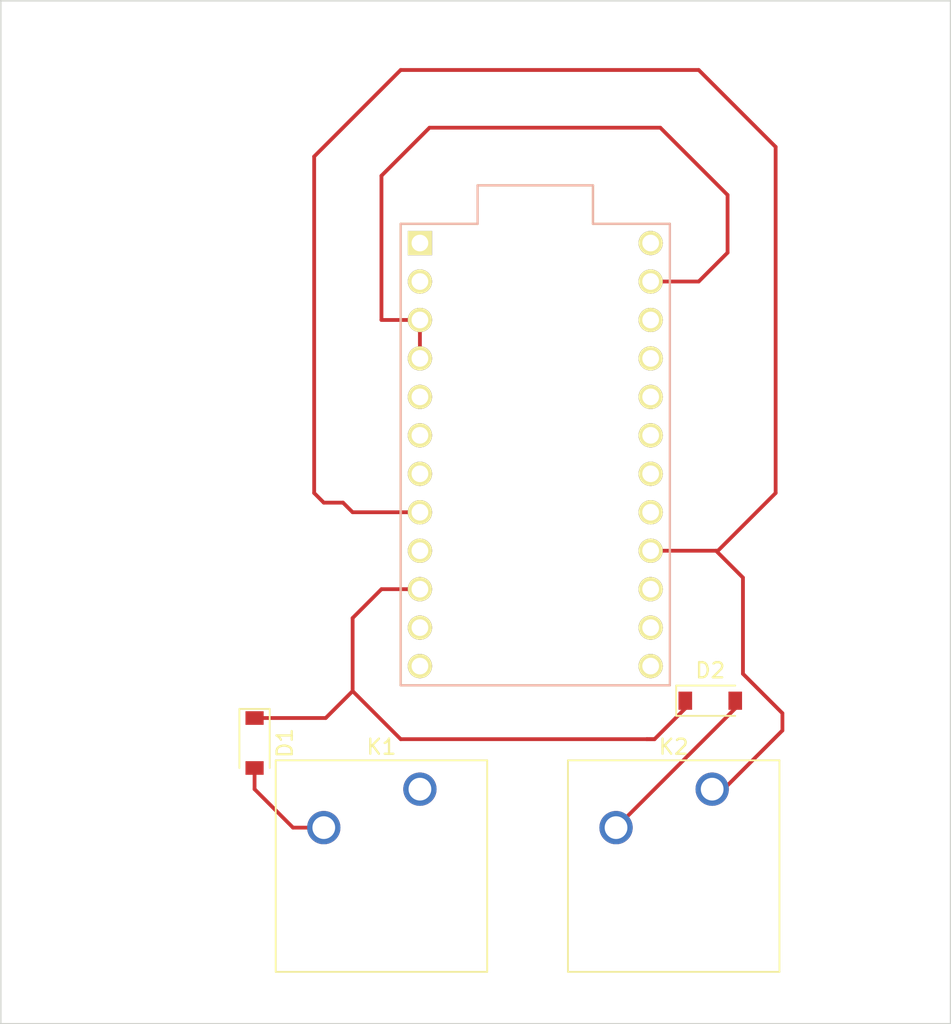
<source format=kicad_pcb>
(kicad_pcb (version 20211014) (generator pcbnew)
  (layers (0 "F.Cu" signal) (31 "B.Cu" signal) (34 "B.Paste" user) (35 "F.Paste" user) (36 "B.SilkS" user "B.Silkscreen") (37 "F.SilkS" user "F.Silkscreen") (38 "B.Mask" user) (39 "F.Mask" user) (44 "Edge.Cuts" user))
  (net 0 "")
  (net 1 "/Row0")
  (net 2 "Net-(D1-Pad2)")
  (net 3 "Net-(D2-Pad2)")
  (net 4 "/Col0")
  (net 5 "/Col1")
  (net 8 "GND")
  (net 21 "VCC")
  (footprint "Button_Switch_Keyboard:SW_Cherry_MX_1.00u_PCB" (layer "F.Cu") (at 173.228 78.232)
    (fp_text reference "K1" (at -2.54 -2.794) (layer "F.SilkS"))
    (fp_text value "KEYSW")
    (fp_line (start -9.525 12.065) (end -9.525 -1.905) (layer "F.SilkS") (width 0.12))
    (fp_line (start 4.445 -1.905) (end 4.445 12.065) (layer "F.SilkS") (width 0.12))
    (fp_line (start -9.525 -1.905) (end 4.445 -1.905) (layer "F.SilkS") (width 0.12))
    (fp_line (start 4.445 12.065) (end -9.525 12.065) (layer "F.SilkS") (width 0.12))
    (pad "" np_thru_hole circle (at 2.54 5.08) (size 1.7 1.7) (drill 1.7) (layers *.Cu *.Mask))
    (pad "" np_thru_hole circle (at -7.62 5.08) (size 1.7 1.7) (drill 1.7) (layers *.Cu *.Mask))
    (pad "" np_thru_hole circle (at -2.54 5.08) (size 4 4) (drill 4) (layers *.Cu *.Mask))
    (pad "1" thru_hole circle (at 0 0) (size 2.2 2.2) (drill 1.5) (layers *.Cu *.Mask) (net 4 "/Col0"))
    (pad "2" thru_hole circle (at -6.35 2.54) (size 2.2 2.2) (drill 1.5) (layers *.Cu *.Mask) (net 2 "Net-(D1-Pad2)"))
  )
  (footprint "Diode_SMD:D_SOD-123" (layer "F.Cu") (at 192.406 72.39)
    (fp_text reference "D2" (at 0 -2) (layer "F.SilkS"))
    (fp_text value "D")
    (fp_line (start -2.25 -1) (end 1.65 -1) (layer "F.SilkS") (width 0.12))
    (fp_line (start -2.25 1) (end 1.65 1) (layer "F.SilkS") (width 0.12))
    (fp_line (start -2.25 -1) (end -2.25 1) (layer "F.SilkS") (width 0.12))
    (pad "1" smd rect (at -1.65 0) (size 0.9 1.2) (layers "F.Cu" "F.Paste" "F.Mask") (net 1 "/Row0"))
    (pad "2" smd rect (at 1.65 0) (size 0.9 1.2) (layers "F.Cu" "F.Paste" "F.Mask") (net 3 "Net-(D2-Pad2)"))
  )
  (footprint "Button_Switch_Keyboard:SW_Cherry_MX_1.00u_PCB" (layer "F.Cu") (at 192.532 78.232)
    (fp_text reference "K2" (at -2.54 -2.794) (layer "F.SilkS"))
    (fp_text value "KEYSW")
    (fp_line (start -9.525 -1.905) (end 4.445 -1.905) (layer "F.SilkS") (width 0.12))
    (fp_line (start -9.525 12.065) (end -9.525 -1.905) (layer "F.SilkS") (width 0.12))
    (fp_line (start 4.445 -1.905) (end 4.445 12.065) (layer "F.SilkS") (width 0.12))
    (fp_line (start 4.445 12.065) (end -9.525 12.065) (layer "F.SilkS") (width 0.12))
    (pad "" np_thru_hole circle (at -2.54 5.08) (size 4 4) (drill 4) (layers *.Cu *.Mask))
    (pad "" np_thru_hole circle (at 2.54 5.08) (size 1.7 1.7) (drill 1.7) (layers *.Cu *.Mask))
    (pad "" np_thru_hole circle (at -7.62 5.08) (size 1.7 1.7) (drill 1.7) (layers *.Cu *.Mask))
    (pad "1" thru_hole circle (at 0 0) (size 2.2 2.2) (drill 1.5) (layers *.Cu *.Mask) (net 5 "/Col1"))
    (pad "2" thru_hole circle (at -6.35 2.54) (size 2.2 2.2) (drill 1.5) (layers *.Cu *.Mask) (net 3 "Net-(D2-Pad2)"))
  )
  (footprint "Diode_SMD:D_SOD-123" (layer "F.Cu") (at 162.306 75.184 -90)
    (fp_text reference "D1" (at 0 -2 90) (layer "F.SilkS"))
    (fp_text value "D")
    (fp_line (start -2.25 -1) (end -2.25 1) (layer "F.SilkS") (width 0.12))
    (fp_line (start -2.25 -1) (end 1.65 -1) (layer "F.SilkS") (width 0.12))
    (fp_line (start -2.25 1) (end 1.65 1) (layer "F.SilkS") (width 0.12))
    (pad "1" smd rect (at -1.65 0 270) (size 0.9 1.2) (layers "F.Cu" "F.Paste" "F.Mask") (net 1 "/Row0"))
    (pad "2" smd rect (at 1.65 0 270) (size 0.9 1.2) (layers "F.Cu" "F.Paste" "F.Mask") (net 2 "Net-(D1-Pad2)"))
  )
  (footprint "promicro:ProMicro" (layer "F.Cu") (at 180.848 56.134 -90)
    (fp_text reference "U1" hide)
    (fp_text value "ProMicro")
    (fp_line (start 15.24 8.89) (end -15.24 8.89) (layer "B.SilkS") (width 0.15))
    (fp_line (start -15.24 -3.81) (end -15.24 -8.89) (layer "B.SilkS") (width 0.15))
    (fp_line (start -15.24 -8.89) (end 15.24 -8.89) (layer "B.SilkS") (width 0.15))
    (fp_line (start -15.24 8.89) (end -15.24 3.81) (layer "B.SilkS") (width 0.15))
    (fp_line (start -15.24 3.81) (end -17.78 3.81) (layer "B.SilkS") (width 0.15))
    (fp_line (start 15.24 -8.89) (end 15.24 8.89) (layer "B.SilkS") (width 0.15))
    (fp_line (start -17.78 3.81) (end -17.78 -3.81) (layer "B.SilkS") (width 0.15))
    (fp_line (start -17.78 -3.81) (end -15.24 -3.81) (layer "B.SilkS") (width 0.15))
    (fp_line (start -17.78 3.81) (end -17.78 -3.81) (layer "F.SilkS") (width 0.15))
    (fp_line (start -17.78 -3.81) (end -15.24 -3.81) (layer "F.SilkS") (width 0.15))
    (fp_line (start -15.24 8.89) (end 15.24 8.89) (layer "F.SilkS") (width 0.15))
    (fp_line (start -15.24 3.81) (end -17.78 3.81) (layer "F.SilkS") (width 0.15))
    (fp_line (start 15.24 -8.89) (end 15.24 8.89) (layer "F.SilkS") (width 0.15))
    (fp_line (start -15.24 8.89) (end -15.24 3.81) (layer "F.SilkS") (width 0.15))
    (fp_line (start -15.24 -3.81) (end -15.24 -8.89) (layer "F.SilkS") (width 0.15))
    (fp_line (start -15.24 -8.89) (end 15.24 -8.89) (layer "F.SilkS") (width 0.15))
    (pad "1" thru_hole rect locked (at -13.97 7.62 270) (size 1.6 1.6) (drill 1.1) (layers *.Cu *.Mask "F.SilkS"))
    (pad "2" thru_hole circle locked (at -11.43 7.62 270) (size 1.6 1.6) (drill 1.1) (layers *.Cu *.Mask "F.SilkS"))
    (pad "3" thru_hole circle locked (at -8.89 7.62 270) (size 1.6 1.6) (drill 1.1) (layers *.Cu *.Mask "F.SilkS") (net 8 "GND"))
    (pad "4" thru_hole circle locked (at -6.35 7.62 270) (size 1.6 1.6) (drill 1.1) (layers *.Cu *.Mask "F.SilkS") (net 8 "GND"))
    (pad "5" thru_hole circle locked (at -3.81 7.62 270) (size 1.6 1.6) (drill 1.1) (layers *.Cu *.Mask "F.SilkS"))
    (pad "6" thru_hole circle locked (at -1.27 7.62 270) (size 1.6 1.6) (drill 1.1) (layers *.Cu *.Mask "F.SilkS"))
    (pad "7" thru_hole circle locked (at 1.27 7.62 270) (size 1.6 1.6) (drill 1.1) (layers *.Cu *.Mask "F.SilkS"))
    (pad "8" thru_hole circle locked (at 3.81 7.62 270) (size 1.6 1.6) (drill 1.1) (layers *.Cu *.Mask "F.SilkS") (net 5 "/Col1"))
    (pad "9" thru_hole circle locked (at 6.35 7.62 270) (size 1.6 1.6) (drill 1.1) (layers *.Cu *.Mask "F.SilkS"))
    (pad "10" thru_hole circle locked (at 8.89 7.62 270) (size 1.6 1.6) (drill 1.1) (layers *.Cu *.Mask "F.SilkS") (net 1 "/Row0"))
    (pad "11" thru_hole circle locked (at 11.43 7.62 270) (size 1.6 1.6) (drill 1.1) (layers *.Cu *.Mask "F.SilkS"))
    (pad "12" thru_hole circle locked (at 13.97 7.62 270) (size 1.6 1.6) (drill 1.1) (layers *.Cu *.Mask "F.SilkS"))
    (pad "13" thru_hole circle locked (at 13.97 -7.62 270) (size 1.6 1.6) (drill 1.1) (layers *.Cu *.Mask "F.SilkS"))
    (pad "14" thru_hole circle locked (at 11.43 -7.62 270) (size 1.6 1.6) (drill 1.1) (layers *.Cu *.Mask "F.SilkS"))
    (pad "15" thru_hole circle locked (at 8.89 -7.62 270) (size 1.6 1.6) (drill 1.1) (layers *.Cu *.Mask "F.SilkS"))
    (pad "16" thru_hole circle locked (at 6.35 -7.62 270) (size 1.6 1.6) (drill 1.1) (layers *.Cu *.Mask "F.SilkS") (net 5 "/Col1"))
    (pad "17" thru_hole circle locked (at 3.81 -7.62 270) (size 1.6 1.6) (drill 1.1) (layers *.Cu *.Mask "F.SilkS"))
    (pad "18" thru_hole circle locked (at 1.27 -7.62 270) (size 1.6 1.6) (drill 1.1) (layers *.Cu *.Mask "F.SilkS"))
    (pad "19" thru_hole circle locked (at -1.27 -7.62 270) (size 1.6 1.6) (drill 1.1) (layers *.Cu *.Mask "F.SilkS"))
    (pad "20" thru_hole circle locked (at -3.81 -7.62 270) (size 1.6 1.6) (drill 1.1) (layers *.Cu *.Mask "F.SilkS"))
    (pad "21" thru_hole circle locked (at -6.35 -7.62 270) (size 1.6 1.6) (drill 1.1) (layers *.Cu *.Mask "F.SilkS") (net 21 "VCC"))
    (pad "22" thru_hole circle locked (at -8.89 -7.62 270) (size 1.6 1.6) (drill 1.1) (layers *.Cu *.Mask "F.SilkS"))
    (pad "23" thru_hole circle locked (at -11.43 -7.62 270) (size 1.6 1.6) (drill 1.1) (layers *.Cu *.Mask "F.SilkS") (net 8 "GND"))
    (pad "24" thru_hole circle locked (at -13.97 -7.62 270) (size 1.6 1.6) (drill 1.1) (layers *.Cu *.Mask "F.SilkS"))
  )
  (gr_rect (start 145.542 26.162) (end 208.28 93.726) (layer "Edge.Cuts") (width 0.1) (fill none))
  (segment (start 168.783 71.755) (end 167.004 73.534) (width 0.25) (layer "F.Cu") (net 1))
  (segment (start 167.004 73.534) (end 162.306 73.534) (width 0.25) (layer "F.Cu") (net 1))
  (segment (start 188.722 74.93) (end 188.214 74.93) (width 0.25) (layer "F.Cu") (net 1))
  (segment (start 168.783 71.755) (end 168.783 66.929) (width 0.25) (layer "F.Cu") (net 1))
  (segment (start 168.783 66.929) (end 170.688 65.024) (width 0.25) (layer "F.Cu") (net 1))
  (segment (start 171.958 74.93) (end 168.783 71.755) (width 0.25) (layer "F.Cu") (net 1))
  (segment (start 190.756 72.896) (end 188.722 74.93) (width 0.25) (layer "F.Cu") (net 1))
  (segment (start 188.214 74.93) (end 171.958 74.93) (width 0.25) (layer "F.Cu") (net 1))
  (segment (start 188.723 74.93) (end 188.214 74.93) (width 0.25) (layer "F.Cu") (net 1))
  (segment (start 170.688 65.024) (end 173.228 65.024) (width 0.25) (layer "F.Cu") (net 1))
  (segment (start 190.756 72.39) (end 190.756 72.896) (width 0.25) (layer "F.Cu") (net 1))
  (segment (start 164.846 80.772) (end 162.306 78.232) (width 0.25) (layer "F.Cu") (net 2))
  (segment (start 162.306 78.232) (end 162.306 76.834) (width 0.25) (layer "F.Cu") (net 2))
  (segment (start 164.846 80.772) (end 166.878 80.772) (width 0.25) (layer "F.Cu") (net 2))
  (segment (start 194.056 72.898) (end 194.056 72.39) (width 0.25) (layer "F.Cu") (net 3))
  (segment (start 186.182 80.772) (end 194.056 72.898) (width 0.25) (layer "F.Cu") (net 3))
  (segment (start 168.783 59.944) (end 168.148 59.309) (width 0.25) (layer "F.Cu") (net 5))
  (segment (start 194.564 64.262) (end 194.564 70.612) (width 0.25) (layer "F.Cu") (net 5))
  (segment (start 192.913 62.484) (end 192.786 62.484) (width 0.25) (layer "F.Cu") (net 5))
  (segment (start 166.243 36.449) (end 171.958 30.734) (width 0.25) (layer "F.Cu") (net 5))
  (segment (start 168.148 59.309) (end 166.878 59.309) (width 0.25) (layer "F.Cu") (net 5))
  (segment (start 197.17252 74.35348) (end 193.294 78.232) (width 0.25) (layer "F.Cu") (net 5))
  (segment (start 192.786 62.484) (end 194.564 64.262) (width 0.25) (layer "F.Cu") (net 5))
  (segment (start 173.228 59.944) (end 168.783 59.944) (width 0.25) (layer "F.Cu") (net 5))
  (segment (start 196.723 35.814) (end 196.723 58.674) (width 0.25) (layer "F.Cu") (net 5))
  (segment (start 193.294 78.232) (end 192.532 78.232) (width 0.25) (layer "F.Cu") (net 5))
  (segment (start 196.723 58.674) (end 192.913 62.484) (width 0.25) (layer "F.Cu") (net 5))
  (segment (start 191.643 30.734) (end 196.723 35.814) (width 0.25) (layer "F.Cu") (net 5))
  (segment (start 171.958 30.734) (end 191.643 30.734) (width 0.25) (layer "F.Cu") (net 5))
  (segment (start 166.878 59.309) (end 166.243 58.674) (width 0.25) (layer "F.Cu") (net 5))
  (segment (start 197.17252 73.22052) (end 197.17252 74.35348) (width 0.25) (layer "F.Cu") (net 5))
  (segment (start 192.786 62.484) (end 188.468 62.484) (width 0.25) (layer "F.Cu") (net 5))
  (segment (start 166.243 58.674) (end 166.243 36.449) (width 0.25) (layer "F.Cu") (net 5))
  (segment (start 194.564 70.612) (end 197.17252 73.22052) (width 0.25) (layer "F.Cu") (net 5))
  (segment (start 193.548 42.799) (end 191.643 44.704) (width 0.25) (layer "F.Cu") (net 8))
  (segment (start 173.228 47.244) (end 170.688 47.244) (width 0.25) (layer "F.Cu") (net 8))
  (segment (start 191.643 44.704) (end 188.468 44.704) (width 0.25) (layer "F.Cu") (net 8))
  (segment (start 170.688 37.719) (end 173.863 34.544) (width 0.25) (layer "F.Cu") (net 8))
  (segment (start 173.863 34.544) (end 189.103 34.544) (width 0.25) (layer "F.Cu") (net 8))
  (segment (start 170.688 47.244) (end 170.688 37.719) (width 0.25) (layer "F.Cu") (net 8))
  (segment (start 193.548 38.989) (end 193.548 42.799) (width 0.25) (layer "F.Cu") (net 8))
  (segment (start 173.228 49.784) (end 173.228 47.244) (width 0.25) (layer "F.Cu") (net 8))
  (segment (start 189.103 34.544) (end 193.548 38.989) (width 0.25) (layer "F.Cu") (net 8))
)
</source>
